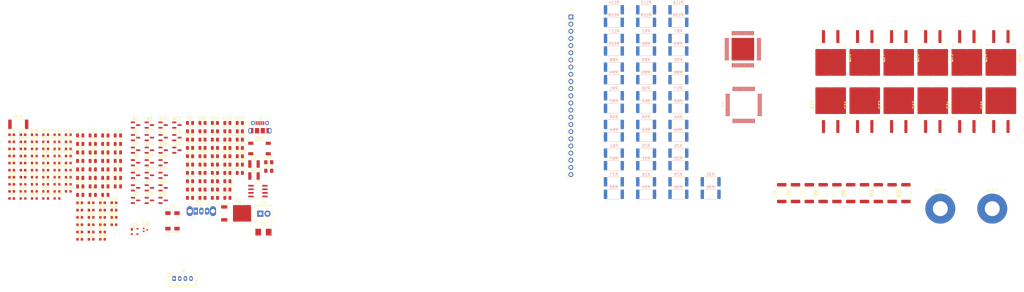
<source format=kicad_pcb>
(kicad_pcb (version 20221018) (generator pcbnew)
  (layers (0 "F.Cu" signal) (31 "B.Cu" signal) (34 "B.Paste" user) (35 "F.Paste" user) (36 "B.SilkS" user "B.Silkscreen") (37 "F.SilkS" user "F.Silkscreen") (38 "B.Mask" user) (39 "F.Mask" user) (44 "Edge.Cuts" user))
  (net 0 "")
  (net 1 "VDD18")
  (net 2 "CN4_C0")
  (net 3 "VPACK+")
  (net 4 "TMON2")
  (net 5 "C0")
  (net 6 "TMON1")
  (net 7 "C6")
  (net 8 "C5")
  (net 9 "C4")
  (net 10 "C3")
  (net 11 "C2")
  (net 12 "C1")
  (net 13 "GNDA")
  (net 14 "Net-(U1-CP2)")
  (net 15 "Net-(U1-CN2)")
  (net 16 "Net-(U1-CN1)")
  (net 17 "Net-(U1-CP1)")
  (net 18 "C12")
  (net 19 "C11")
  (net 20 "C10")
  (net 21 "C9")
  (net 22 "C8")
  (net 23 "C7")
  (net 24 "C18")
  (net 25 "C17")
  (net 26 "C16")
  (net 27 "C15")
  (net 28 "C14")
  (net 29 "C13")
  (net 30 "C22")
  (net 31 "C21")
  (net 32 "C20")
  (net 33 "C19")
  (net 34 "SRN")
  (net 35 "SRP")
  (net 36 "+3V3")
  (net 37 "/OSC_0_IN")
  (net 38 "Net-(C40-Pad1)")
  (net 39 "/RESET")
  (net 40 "/OSC32_IN")
  (net 41 "/OSC32_OUT")
  (net 42 "Net-(D1-K)")
  (net 43 "Net-(D1-A)")
  (net 44 "Net-(D2-K)")
  (net 45 "Net-(D2-A)")
  (net 46 "Net-(D3-K)")
  (net 47 "Net-(D3-A)")
  (net 48 "Net-(D4-K)")
  (net 49 "Net-(D4-A)")
  (net 50 "Net-(D5-K)")
  (net 51 "Net-(D5-A)")
  (net 52 "Net-(D6-K)")
  (net 53 "Net-(D6-A)")
  (net 54 "Net-(D7-K)")
  (net 55 "Net-(D7-A)")
  (net 56 "Net-(D8-K)")
  (net 57 "Net-(D8-A)")
  (net 58 "Net-(D9-K)")
  (net 59 "Net-(D9-A)")
  (net 60 "Net-(D10-K)")
  (net 61 "Net-(D10-A)")
  (net 62 "Net-(D11-K)")
  (net 63 "Net-(D11-A)")
  (net 64 "Net-(D12-K)")
  (net 65 "Net-(D12-A)")
  (net 66 "Net-(D13-K)")
  (net 67 "Net-(D13-A)")
  (net 68 "Net-(D14-K)")
  (net 69 "Net-(D14-A)")
  (net 70 "Net-(D15-K)")
  (net 71 "Net-(D15-A)")
  (net 72 "Net-(D16-K)")
  (net 73 "Net-(D16-A)")
  (net 74 "Net-(D17-K)")
  (net 75 "Net-(D17-A)")
  (net 76 "Net-(D18-K)")
  (net 77 "Net-(D18-A)")
  (net 78 "Net-(D19-K)")
  (net 79 "Net-(D19-A)")
  (net 80 "Net-(D20-K)")
  (net 81 "Net-(D20-A)")
  (net 82 "Net-(D21-K)")
  (net 83 "Net-(D21-A)")
  (net 84 "Net-(D22-K)")
  (net 85 "Net-(D22-A)")
  (net 86 "/CAN_D+")
  (net 87 "/CAN_D-")
  (net 88 "/USB_D+")
  (net 89 "/USB_D-")
  (net 90 "/SWCLK")
  (net 91 "/SWDIO")
  (net 92 "USB_5V")
  (net 95 "CN4_C5")
  (net 96 "Net-(Q2-G)")
  (net 97 "CN4_C4")
  (net 98 "Net-(Q3-G)")
  (net 99 "CN4_C3")
  (net 100 "Net-(Q4-G)")
  (net 101 "CN4_C2")
  (net 102 "Net-(Q5-G)")
  (net 103 "CN4_C1")
  (net 104 "Net-(Q6-G)")
  (net 105 "Net-(Q7-G)")
  (net 106 "CN4_C11")
  (net 107 "Net-(Q8-G)")
  (net 108 "CN4_C10")
  (net 109 "Net-(Q9-G)")
  (net 110 "CN4_C9")
  (net 111 "Net-(Q10-G)")
  (net 112 "CN4_C8")
  (net 113 "Net-(Q11-G)")
  (net 114 "CN4_C7")
  (net 115 "Net-(Q12-G)")
  (net 116 "CN4_C6")
  (net 117 "Net-(Q13-G)")
  (net 118 "CN4_C17")
  (net 119 "Net-(Q14-G)")
  (net 120 "CN4_C16")
  (net 121 "Net-(Q15-G)")
  (net 122 "CN4_C15")
  (net 123 "Net-(Q16-G)")
  (net 124 "CN4_C14")
  (net 125 "Net-(Q17-G)")
  (net 126 "CN4_C13")
  (net 127 "Net-(Q18-G)")
  (net 128 "CN4_C12")
  (net 129 "Net-(Q19-G)")
  (net 130 "CN4_C21")
  (net 131 "Net-(Q20-G)")
  (net 132 "CN4_C20")
  (net 133 "Net-(Q21-G)")
  (net 134 "CN4_C19")
  (net 135 "Net-(Q22-G)")
  (net 136 "CN4_C18")
  (net 137 "REG_SUP")
  (net 138 "CN4_C22")
  (net 139 "CHG")
  (net 140 "VDD55")
  (net 141 "REGB")
  (net 142 "DIS")
  (net 143 "Net-(U1-LDM)")
  (net 144 "VPACK-")
  (net 145 "/OSC_0_OUT")
  (net 146 "Net-(SW3-B)")
  (net 147 "/BOOT0")
  (net 151 "/OSC_IN")
  (net 152 "/OSC_OUT")
  (net 162 "CLK")
  (net 163 "SDO")
  (net 164 "SDI")
  (net 165 "EN")
  (net 171 "NRST")
  (net 172 "SHDN")
  (net 173 "FETOFF")
  (net 174 "ALARM1")
  (net 175 "GPIO3")
  (net 176 "GPIO2")
  (net 177 "GPIO1")
  (net 192 "/CAN_RX")
  (net 193 "/CAN_TX")
  (net 195 "Net-(C9-Pad2)")
  (net 196 "Net-(C10-Pad2)")
  (net 197 "Net-(Q1-C)")
  (net 198 "Net-(Q23-G)")
  (net 199 "BMS_3.3V")
  (net 200 "Net-(Q24-G)")
  (net 201 "Net-(Q25-G)")
  (net 202 "Net-(Q26-G)")
  (net 203 "Net-(Q27-G)")
  (net 204 "Net-(Q28-G)")
  (net 205 "Net-(Q29-G)")
  (net 206 "Net-(Q30-G)")
  (net 207 "Net-(Q31-G)")
  (net 208 "Net-(Q32-G)")
  (net 209 "Net-(Q33-G)")
  (net 210 "Net-(Q34-G)")
  (net 211 "Net-(Q35-G)")
  (net 212 "Net-(R137-Pad1)")
  (net 213 "Net-(U1-VPC)")
  (net 219 "VBAT-P")
  (net 221 "Net-(U2-K)")
  (footprint "Package_TO_SOT_SMD:TO-263-2" (layer "F.Cu") (at 185.42 76.835 -90)
    (fp_text reference "Q27")
    (fp_text value "NMOS")
  )
  (footprint "Capacitor_SMD:C_0603_1608Metric" (layer "F.Cu") (at -112.903 106.481)
    (fp_text reference "C43")
    (fp_text value "100n,0603")
  )
  (footprint "Resistor_SMD:R_0603_1608Metric" (layer "F.Cu") (at -104.883 116.521)
    (fp_text reference "R82")
    (fp_text value "4k7")
  )
  (footprint "Resistor_SMD:R_0603_1608Metric" (layer "F.Cu") (at -108.893 119.031)
    (fp_text reference "R24")
    (fp_text value "4k7")
  )
  (footprint "Capacitor_SMD:C_0603_1608Metric" (layer "F.Cu") (at -116.913 106.481)
    (fp_text reference "C6")
    (fp_text value "0.68u")
  )
  (footprint "Resistor_SMD:R_0805_2012Metric" (layer "F.Cu") (at -44.883 114.551)
    (fp_text reference "R79")
    (fp_text value "1k")
  )
  (footprint "Capacitor_SMD:C_0805_2012Metric" (layer "F.Cu") (at -83.733 125.291)
    (fp_text reference "C32")
    (fp_text value "180n")
  )
  (footprint "LED_SMD:LED_0603_1608Metric" (layer "F.Cu") (at -84.713 135.861)
    (fp_text reference "D16")
    (fp_text value "LED")
  )
  (footprint "Capacitor_SMD:C_0805_2012Metric" (layer "F.Cu") (at -79.283 122.281)
    (fp_text reference "R131")
    (fp_text value "10M")
  )
  (footprint "Resistor_SMD:R_0603_1608Metric" (layer "F.Cu") (at -100.873 103.971)
    (fp_text reference "R111")
    (fp_text value "4k7")
  )
  (footprint "Package_TO_SOT_SMD:SOT-23" (layer "F.Cu") (at -68.133 122.801)
    (fp_text reference "Q14")
    (fp_text value "Q_NMOS_GSD")
  )
  (footprint "Connector_JST:JST_PH_B4B-PH-K_1x04_P2.00mm_Vertical" (layer "F.Cu") (at -59.34 154.94)
    (fp_text reference "J2")
    (fp_text value "Conn_01x04_Pin")
  )
  (footprint "Capacitor_SMD:C_0805_2012Metric" (layer "F.Cu") (at -88.183 110.241)
    (fp_text reference "C19")
    (fp_text value "180n")
  )
  (footprint "Crystal:Crystal_SMD_5032-2Pin_5.0x3.2mm" (layer "F.Cu") (at -27.683 138.501)
    (fp_text reference "Y1")
    (fp_text value "8M,SMD")
  )
  (footprint "Package_TO_SOT_SMD:TO-263-2" (layer "F.Cu") (at 221.615 76.835 -90)
    (fp_text reference "Q24")
    (fp_text value "NMOS")
  )
  (footprint "Package_TO_SOT_SMD:SOT-23" (layer "F.Cu") (at -68.133 127.251)
    (fp_text reference "Q15")
    (fp_text value "Q_NMOS_GSD")
  )
  (footprint "Resistor_SMD:R_0805_2012Metric" (layer "F.Cu") (at -49.293 114.551)
    (fp_text reference "R69")
    (fp_text value "1k")
  )
  (footprint "Resistor_SMD:R_0603_1608Metric" (layer "F.Cu") (at -100.873 114.011)
    (fp_text reference "R133")
    (fp_text value "390,0603")
  )
  (footprint "Package_TO_SOT_SMD:SOT-23" (layer "F.Cu") (at -63.243 122.801)
    (fp_text reference "Q21")
    (fp_text value "Q_NMOS_GSD")
  )
  (footprint "Resistor_SMD:R_0805_2012Metric" (layer "F.Cu") (at -44.883 99.801)
    (fp_text reference "R74")
    (fp_text value "910")
  )
  (footprint "Resistor_SMD:R_0603_1608Metric" (layer "F.Cu") (at -96.863 114.011)
    (fp_text reference "R144")
    (fp_text value "2R2")
  )
  (footprint "Resistor_SMD:R_0603_1608Metric" (layer "F.Cu") (at -104.883 124.051)
    (fp_text reference "R85")
    (fp_text value "4k7")
  )
  (footprint "Resistor_SMD:R_0603_1608Metric" (layer "F.Cu") (at -108.893 126.561)
    (fp_text reference "R52")
    (fp_text value "4k7")
  )
  (footprint "Package_TO_SOT_SMD:SOT-23" (layer "F.Cu") (at -68.133 118.351)
    (fp_text reference "Q13")
    (fp_text value "Q_NMOS_GSD")
  )
  (footprint "Package_TO_SOT_SMD:SOT-23" (layer "F.Cu") (at -58.353 100.551)
    (fp_text reference "Q23")
    (fp_text value "Q_NMOS_GSD")
  )
  (footprint "Package_TO_SOT_SMD:SOT-23" (layer "F.Cu") (at -73.023 100.551)
    (fp_text reference "Q2")
    (fp_text value "Q_NMOS_GSD")
  )
  (footprint "Resistor_SMD:R_0805_2012Metric" (layer "F.Cu") (at -49.293 120.451)
    (fp_text reference "R71")
    (fp_text value "1k")
  )
  (footprint "Package_TO_SOT_SMD:TO-263-2" (layer "F.Cu") (at 173.355 76.835 -90)
    (fp_text reference "Q28")
    (fp_text value "NMOS")
  )
  (footprint "LED_SMD:LED_0603_1608Metric" (layer "F.Cu") (at -80.663 133.271)
    (fp_text reference "D21")
    (fp_text value "LED")
  )
  (footprint "Resistor_SMD:R_0603_1608Metric" (layer "F.Cu") (at -100.873 124.051)
    (fp_text reference "R138")
    (fp_text value "2R2")
  )
  (footprint "Package_TO_SOT_SMD:SOT-143" (layer "F.Cu") (at -73.343 138.251)
    (fp_text reference "D25")
    (fp_text value "PRTR5V0U2X")
  )
  (footprint "Button_Switch_THT:SW_CuK_OS102011MA1QN1_SPDT_Angled" (layer "F.Cu") (at -51.683 131.051)
    (fp_text reference "SW3")
    (fp_text value "SW_SPDT")
  )
  (footprint "Resistor_SMD:R_0603_1608Metric" (layer "F.Cu") (at -104.883 114.011)
    (fp_text reference "R81")
    (fp_text value "4k7")
  )
  (footprint "Resistor_SMD:R_0603_1608Metric" (layer "F.Cu") (at -112.903 121.541)
    (fp_text reference "R1")
    (fp_text value "47k")
  )
  (footprint "Resistor_SMD:R_0603_1608Metric" (layer "F.Cu") (at -96.863 119.031)
    (fp_text reference "R146")
    (fp_text value "2R2")
  )
  (footprint "Package_TO_SOT_SMD:SOT-23" (layer "F.Cu") (at -73.023 109.451)
    (fp_text reference "Q4")
    (fp_text value "Q_NMOS_GSD")
  )
  (footprint "Capacitor_SMD:C_0805_2012Metric" (layer "F.Cu") (at -88.183 113.251)
    (fp_text reference "C20")
    (fp_text value "180n")
  )
  (footprint "Resistor_SMD:R_0805_2012Metric" (layer "F.Cu") (at -53.703 120.451)
    (fp_text reference "R43")
    (fp_text value "910")
  )
  (footprint "Capacitor_SMD:C_0805_2012Metric" (layer "F.Cu") (at -88.183 122.281)
    (fp_text reference "C23")
    (fp_text value "180n")
  )
  (footprint "Resistor_SMD:R_0603_1608Metric" (layer "F.Cu") (at -104.883 121.541)
    (fp_text reference "R84")
    (fp_text value "4k7")
  )
  (footprint "LED_SMD:LED_0603_1608Metric" (layer "F.Cu") (at -80.663 128.091)
    (fp_text reference "D19")
    (fp_text value "LED")
  )
  (footprint "LED_SMD:LED_0603_1608Metric" (layer "F.Cu") (at -88.763 133.271)
    (fp_text reference "D9")
    (fp_text value "LED")
  )
  (footprint "Package_TO_SOT_SMD:SOT-23" (layer "F.Cu") (at -73.023 122.801)
    (fp_text reference "Q7")
    (fp_text value "Q_NMOS_GSD")
  )
  (footprint "Capacitor_SMD:C_0805_2012Metric" (layer "F.Cu") (at -92.633 104.221)
    (fp_text reference "C4")
    (fp_text value "1u")
  )
  (footprint "Capacitor_SMD:C_1210_3225Metric" (layer "F.Cu") (at -31.033 118.601)
    (fp_text reference "C2")
    (fp_text value "1u")
  )
  (footprint "LED_SMD:LED_0603_1608Metric" (layer "F.Cu") (at -92.813 130.681)
    (fp_text reference "D2")
    (fp_text value "LED")
  )
  (footprint "MountingHole:MountingHole_5.3mm_M5_Pad" (layer "F.Cu") (at 230.63 130.175)
    (fp_text reference "REF**")
    (fp_text value "MountingHole_5.3mm_M5_Pad")
  )
  (footprint "Capacitor_SMD:C_0603_1608Metric" (layer "F.Cu") (at -116.913 111.501)
    (fp_text reference "C9")
    (fp_text value "22n")
  )
  (footprint "Capacitor_SMD:C_0805_2012Metric" (layer "F.Cu") (at -79.283 116.261)
    (fp_text reference "C51")
    (fp_text value "0.1u")
  )
  (footprint "Package_TO_SOT_SMD:SOT-23" (layer "F.Cu") (at -73.023 118.351)
    (fp_text reference "Q6")
    (fp_text value "Q_NMOS_GSD")
  )
  (footprint "Package_TO_SOT_SMD:SOT-23" (layer "F.Cu") (at -73.023 113.901)
    (fp_text reference "Q5")
    (fp_text value "Q_NMOS_GSD")
  )
  (footprint "Resistor_SMD:R_0603_1608Metric" (layer "F.Cu") (at -104.883 106.481)
    (fp_text reference "R54")
    (fp_text value "4k7")
  )
  (footprint "Package_TO_SOT_SMD:SOT-23" (layer "F.Cu") (at -68.133 109.451)
    (fp_text reference "Q11")
    (fp_text value "Q_NMOS_GSD")
  )
  (footprint "TerminalBlock_Phoenix:TerminalBlock_Phoenix_MPT-0,5-2-2.54_1x02_P2.54mm_Horizontal" (layer "F.Cu") (at -28.783 131.951)
    (fp_text reference "J4")
    (fp_text value "Screw_Terminal_01x02")
  )
  (footprint "Resistor_SMD:R_0805_2012Metric" (layer "F.Cu") (at -44.883 126.351)
    (fp_text reference "R101")
    (fp_text value "1k")
  )
  (footprint "Resistor_SMD:R_0603_1608Metric" (layer "F.Cu") (at -96.863 108.991)
    (fp_text reference "R142")
    (fp_text value "2R2")
  )
  (footprint "LED_SMD:LED_0603_1608Metric" (layer "F.Cu") (at -80.663 130.681)
    (fp_text reference "D20")
    (fp_text value "LED")
  )
  (footprint "Resistor_SMD:R_0603_1608Metric" (layer "F.Cu") (at -112.903 124.051)
    (fp_text reference "R16")
    (fp_text value "18k")
  )
  (footprint "Resistor_SMD:R_0603_1608Metric" (layer "F.Cu") (at -104.883 111.501)
    (fp_text reference "R80")
    (fp_text value "4k7")
  )
  (footprint "Capacitor_SMD:C_0805_2012Metric" (layer "F.Cu") (at -83.733 107.231)
    (fp_text reference "C26")
    (fp_text value "180n")
  )
  (footprint "Package_SO:SOIC-8_3.9x4.9mm_P1.27mm" (layer "F.Cu") (at -29.633 123.951)
    (fp_text reference "U5")
    (fp_text value "SN65HVD230")
  )
  (footprint "LED_SMD:LED_0603_1608Metric" (layer "F.Cu") (at -84.713 130.681)
    (fp_text reference "D14")
    (fp_text value "LED")
  )
  (footprint "Resistor_SMD:R_0603_1608Metric" (layer "F.Cu") (at -96.863 124.051)
    (fp_text reference "R148")
    (fp_text value "2R2")
  )
  (footprint "Resistor_SMD:R_0805_2012Metric" (layer "F.Cu") (at -40.473 105.701)
    (fp_text reference "R104")
    (fp_text value "910")
  )
  (footprint "Capacitor_SMD:C_0805_2012Metric" (layer "F.Cu") (at -79.283 110.241)
    (fp_text reference "C35")
    (fp_text value "180n")
  )
  (footprint "Resistor_SMD:R_2512_6332Metric" (layer "F.Cu") (at 185.355 124.6725 -90)
    (fp_text reference "R11")
    (fp_text value "10m")
  )
  (footprint "Capacitor_SMD:C_0603_1608Metric" (layer "F.Cu") (at -116.913 126.561)
    (fp_text reference "C41")
    (fp_text value "100n,0603")
  )
  (footprint "Resistor_SMD:R_0603_1608Metric" (layer "F.Cu") (at -100.873 116.521)
    (fp_text reference "R134")
    (fp_text value "10k,0603")
  )
  (footprint "LED_SMD:LED_0603_1608Metric" (layer "F.Cu") (at -92.813 135.861)
    (fp_text reference "D4")
    (fp_text value "LED")
  )
  (footprint "Capacitor_SMD:C_0805_2012Metric" (layer "F.Cu") (at -83.733 122.281)
    (fp_text reference "C31")
    (fp_text value "180n")
  )
  (footprint "LED_SMD:LED_0603_1608Metric" (layer "F.Cu") (at -84.713 138.451)
    (fp_text reference "D17")
    (fp_text value "LED")
  )
  (footprint "LED_SMD:LED_0603_1608Metric" (layer "F.Cu") (at -88.763 138.451)
    (fp_text reference "D11")
    (fp_text value "LED")
  )
  (footprint "Resistor_SMD:R_0805_2012Metric" (layer "F.Cu") (at -40.473 99.801)
    (fp_text reference "R102")
    (fp_text value "910")
  )
  (footprint "LED_SMD:LED_0603_1608Metric" (layer "F.Cu") (at -84.713 141.041)
    (fp_text reference "D18")
    (fp_text value "LED")
  )
  (footprint "Package_TO_SOT_SMD:SOT-23" (layer "F.Cu") (at -68.133 100.551)
    (fp_text reference "Q9")
    (fp_text value "Q_NMOS_GSD")
  )
  (footprint "Resistor_SMD:R_0603_1608Metric" (layer "F.Cu") (at -108.893 106.481)
    (fp_text reference "R19")
    (fp_text value "4k7")
  )
  (footprint "Capacitor_SMD:C_0603_1608Metric" (layer "F.Cu") (at -112.903 111.501)
    (fp_text reference "C45")
    (fp_text value "20p,0603")
  )
  (footprint "Resistor_SMD:R_0603_1608Metric" (layer "F.Cu") (at -100.873 106.481)
    (fp_text reference "R112")
    (fp_text value "4k7")
  )
  (footprint "Connector_USB:USB_Micro-B_Molex-105017-0001" (layer "F.Cu") (at -28.933 101.311)
    (fp_text reference "J3")
    (fp_text value "USB_B_Micro")
  )
  (footprint "LED_SMD:LED_0603_1608Metric" (layer "F.Cu") (at -92.813 138.451)
    (fp_text reference "D5")
    (fp_text value "LED")
  )
  (footprint "Capacitor_SMD:C_0603_1608Metric" (layer "F.Cu") (at -112.903 103.971)
    (fp_text reference "C42")
    (fp_text value "100n,0603")
  )
  (footprint "Capacitor_SMD:C_0805_2012Metric" (layer "F.Cu") (at -79.283 119.271)
    (fp_text reference "R130")
    (fp_text value "10M")
  )
  (footprint "Capacitor_SMD:C_0805_2012Metric" (layer "F.Cu") (at -92.633 122.281)
    (fp_text reference "C15")
    (fp_text value "180n")
  )
  (footprint "Resistor_SMD:R_0603_1608Metric" (layer "F.Cu") (at -100.873 119.031)
    (fp_text reference "R135")
    (fp_text value "NTC10k")
  )
  (footprint "Resistor_SMD:R_0805_2012Metric" (layer "F.Cu") (at -44.883 123.401)
    (fp_text reference "R100")
    (fp_text value "910")
  )
  (footprint "Resistor_SMD:R_0603_1608Metric" (layer "F.Cu") (at -108.893 108.991)
    (fp_text reference "R20")
    (fp_text value "4k7")
  )
  (footprint "Resistor_SMD:R_0805_2012Metric" (layer "F.Cu") (at -36.063 105.701)
    (fp_text reference "R126")
    (fp_text value "910")
  )
  (footprint "Package_TO_SOT_SMD:SOT-23" (layer "F.Cu") (at -73.023 127.251)
    (fp_text reference "Q8")
    (fp_text value "Q_NMOS_GSD")
  )
  (footprint "Capacitor_SMD:C_0805_2012Metric" (layer "F.Cu") (at -83.733 119.271)
    (fp_text reference "C30")
    (fp_text value "180n")
  )
  (footprint "Resistor_SMD:R_2512_6332Metric" (layer "F.Cu") (at 156.015 124.6725 90)
    (fp_text reference "R5")
    (fp_text value "10m")
  )
  (footprint "Capacitor_SMD:C_0805_2012Metric" (layer "F.Cu") (at -79.283 104.221)
    (fp_text reference "C33")
    (fp_text value "180n")
  )
  (footprint "Capacitor_SMD:C_0603_1608Metric" (layer "F.Cu") (at -112.903 119.031)
    (fp_text reference "C48")
    (fp_text value "4.7u,0603")
  )
  (footprint "Package_TO_SOT_SMD:SOT-23" (layer "F.Cu") (at -63.243 127.251)
    (fp_text reference "Q22")
    (fp_text value "Q_NMOS_GSD")
  )
  (footprint "Resistor_SMD:R_0805_2012Metric" (layer "F.Cu") (at -36.063 99.801)
    (fp_text reference "R124")
    (fp_text value "910")
  )
  (footprint "Capacitor_SMD:C_0805_2012Metric" (layer "F.Cu") (at -92.633 119.271)
    (fp_text reference "C14")
    (fp_text value "180n")
  )
  (footprint "Package_TO_SOT_SMD:SOT-23" (layer "F.Cu") (at -63.243 100.551)
    (fp_text reference "Q16")
    (fp_text value "Q_NMOS_GSD")
  )
  (footprint "Package_TO_SOT_SMD:SOT-23" (layer "F.Cu") (at -63.243 105.001)
    (fp_text reference "Q17")
    (fp_text value "Q_NMOS_GSD")
  )
  (footprint "Resistor_SMD:R_0603_1608Metric" (layer "F.Cu") (at -96.863 116.521)
    (fp_text reference "R145")
    (fp_text value "2R2")
  )
  (footprint "Resistor_SMD:R_0805_2012Metric" (layer "F.Cu") (at -44.883 111.601)
    (fp_text reference "R78")
    (fp_text value "910")
  )
  (footprint "Capacitor_SMD:C_0603_1608Metric" (layer "F.Cu") (at -116.913 108.991)
    (fp_text reference "C7")
    (fp_text value "0.68u")
  )
  (footprint "LED_SMD:LED_0603_1608Metric" (layer "F.Cu") (at -88.763 128.091)
    (fp_text reference "D7")
    (fp_text value "LED")
  )
  (footprint "Resistor_SMD:R_0805_2012Metric" (layer "F.Cu") (at -53.703 123.401)
    (fp_text reference "R44")
    (fp_text value "1k")
  )
  (footprint "Capacitor_SMD:C_0805_2012Metric" (layer "F.Cu") (at -92.633 116.261)
    (fp_text reference "C13")
    (fp_text value "180n")
  )
  (footprint "Capacitor_SMD:C_0603_1608Metric" (layer "F.Cu") (at -116.913 119.031)
    (fp_text reference "C38")
    (fp_text value "100n,0603")
  )
  (footprint "Resistor_SMD:R_0805_2012Metric" (layer "F.Cu") (at -40.473 111.601)
    (fp_text reference "R106")
    (fp_text value "910")
  )
  (footprint "LED_SMD:LED_0603_1608Metric" (layer "F.Cu") (at -80.663 135.861)
    (fp_text reference "D22")
    (fp_text value "LED")
  )
  (footprint "Package_TO_SOT_SMD:TO-263-2" (layer "F.Cu") (at 197.485 76.835 -90)
    (fp_text reference "Q26")
    (fp_text value "NMOS")
  )
  (footprint "Resistor_SMD:R_0603_1608Metric" (layer "F.Cu") (at -108.893 111.501)
    (fp_text reference "R21")
    (fp_text value "4k7")
  )
  (footprint "Capacitor_SMD:C_0805_2012Metric" (layer "F.Cu") (at -88.183 116.261)
    (fp_text reference "C21")
    (fp_text value "180n")
  )
  (footprint "Resistor_SMD:R_0805_2012Metric" (layer "F.Cu") (at -40.473 123.401)
    (fp_text reference "R122")
    (fp_text value "910")
  )
  (footprint "Resistor_SMD:R_0805_2012Metric" (layer "F.Cu") (at -49.293 126.351)
    (fp_text reference "R73")
    (fp_text value "1k")
  )
  (footprint "Resistor_SMD:R_0603_1608Metric" (layer "F.Cu") (at -96.863 111.501)
    (fp_text reference "R143")
    (fp_text value "2R2")
  )
  (footprint "Resistor_SMD:R_0603_1608Metric" (layer "F.Cu") (at -112.903 126.561)
    (fp_text reference "R17")
    (fp_text value "0.1")
  )
  (footprint "Package_TO_SOT_SMD:SOT-23" (layer "F.Cu") (at -63.243 109.451)
    (fp_text reference "Q18")
    (fp_text value "Q_NMOS_GSD")
  )
  (footprint "Resistor_SMD:R_0805_2012Metric" (layer "F.Cu") (at -53.703 108.651)
    (fp_text reference "R39")
    (fp_text value "910")
  )
  (footprint "Resistor_SMD:R_0805_2012Metric" (layer "F.Cu") (at -49.293 102.751)
    (fp_text reference "R47")
    (fp_text value "910")
  )
  (footprint "Package_TO_SOT_SMD:SOT-23" (layer "F.Cu") (at -58.353 109.451)
    (fp_text reference "U3")
    (fp_text value "TL431DBZ")
  )
  (footprint "LED_SMD:LED_0603_1608Metric" (layer "F.Cu") (at -88.763 135.861)
    (fp_text reference "D10")
    (fp_text value "LED")
  )
  (footprint "Resistor_SMD:R_0603_1608Metric" (layer "F.Cu") (at -104.883 119.031)
    (fp_text reference "R83")
    (fp_text value "4k7")
  )
  (footprint "Capacitor_SMD:C_0603_1608Metric" (layer "F.Cu") (at -116.913 121.541)
    (fp_text reference "C39")
    (fp_text value "20p,0603")
  )
  (footprint "Resistor_SMD:R_0603_1608Metric" (layer "F.Cu") (at -100.873 126.561)
    (fp_text reference "R139")
    (fp_text value "2R2")
  )
  (footprint "LED_SMD:LED_0603_1608Metric" (layer "F.Cu") (at -92.813 141.041)
    (fp_text reference "D6")
    (fp_text value "LED")
  )
  (footprint "Capacitor_SMD:C_0805_2012Metric_Pad1.18x1.45mm_HandSolder" (layer "F.Cu") (at -25.803 113.731)
    (fp_text reference "R3")
    (fp_text value "100")
  )
  (footprint "Resistor_SMD:R_2512_6332Metric" (layer "F.Cu") (at 200.025 124.6725 90)
    (fp_text reference "R14")
    (fp_text value "10m")
  )
  (footprint "Resistor_SMD:R_0805_2012Metric" (layer "F.Cu") (at -36.063 114.551)
    (fp_text reference "R129")
    (fp_text value "1k")
  )
  (footprint "Package_TO_SOT_SMD:TO-263-2" (layer "F.Cu") (at 173.355 93.405 90)
    (fp_text reference "Q30")
    (fp_text value "NMOS")
  )
  (footprint "Resistor_SMD:R_0805_2012Metric" (layer "F.Cu") (at -49.293 99.801)
    (fp_text reference "R46")
    (fp_text value "1k")
  )
  (footprint "Resistor_SMD:R_0603_1608Metric" (layer "F.Cu") (at -100.873 121.541)
    (fp_text reference "R136")
    (fp_text value "NTC10k")
  )
  (footprint "Capacitor_SMD:C_0805_2012Metric" (layer "F.Cu") (at -92.633 125.291)
    (fp_text reference "C16")
    (fp_text value "180n")
  )
  (footprint "LED_SMD:LED_0603_1608Metric" (layer "F.Cu") (at -88.763 141.041)
    (fp_text reference "D12")
    (fp_text value "LED")
  )
  (footprint "Capacitor_SMD:C_0603_1608Metric" (layer "F.Cu") (at -116.913 114.011)
    (fp_text reference "C11")
    (fp_text value "100n")
  )
  (footprint "Resistor_SMD:R_0805_2012Metric" (layer "F.Cu") (at -53.703 114.551)
    (fp_text reference "R41")
    (fp_text value "910")
  )
  (footprint "Connector_PinSocket_2.54mm:PinSocket_1x23_P2.54mm_Vertical" (layer "F.Cu") (at 81.28 62.23)
    (fp_text reference "J1")
    (fp_text value "Conn_01x23_Pin")
  )
  (footprint "Resistor_SMD:R_0805_2012Metric" (layer "F.Cu") (at -36.063 117.501)
    (fp_text reference "R137")
    (fp_text value "75M")
  )
  (footprint "Resistor_SMD:R_0805_2012Metric" (layer "F.Cu") (at -53.703 102.751)
    (fp_text reference "R37")
    (fp_text value "910")
  )
  (footprint "Capacitor_SMD:C_0805_2012Metric" (layer "F.Cu") (at -79.283 113.251)
    (fp_text reference "C50")
    (fp_text value "0.1u")
  )
  (footprint "Package_TO_SOT_SMD:TO-263-2" (layer "F.Cu") (at 221.615 93.405 90)
    (fp_text reference "Q34")
    (fp_text value "NMOS")
  )
  (footprint "Resistor_SMD:R_2512_6332Metric" (layer "F.Cu") (at 175.575 124.6725 -90)
    (fp_text reference "R9")
    (fp_text value "10m")
  )
  (footprint "Resistor_SMD:R_0805_2012Metric" (layer "F.Cu") (at -49.293 117.501)
    (fp_text reference "R70")
    (fp_text value "910")
  )
  (footprint "Resistor_SMD:R_0603_1608Metric" (layer "F.Cu") (at -108.893 116.521)
    (fp_text reference "R23")
    (fp_text value "4k7")
  )
  (footprint "Resistor_SMD:R_0805_2012Metric" (layer "F.Cu") (at -49.293 108.651)
    (fp_text reference "R49")
    (fp_text value "910")
  )
  (footprint "Package_TO_SOT_SMD:SOT-23" (layer "F.Cu") (at -63.243 118.351)
    (fp_text reference "Q20")
    (fp_text value "Q_NMOS_GSD")
  )
  (footprint "Capacitor_SMD:C_0603_1608Metric" (layer "F.Cu") (at -116.913 124.051)
    (fp_text reference "C40")
    (fp_text value "20p,0603")
  )
  (footprint "Package_TO_SOT_SMD:TO-252-2" (layer "F.Cu") (at -36.543 131.851)
    (fp_text reference "Q1")
    (fp_text value "NPN")
  )
  (footprint "Package_TO_SOT_SMD:SOT-23" (layer "F.Cu") (at -73.023 105.001)
    (fp_text reference "Q3")
    (fp_text value "Q_NMOS_GSD")
  )
  (footprint "Resistor_SMD:R_0805_2012Metric" (layer "F.Cu") (at -44.883 105.701)
    (fp_text reference "R76")
    (fp_text value "910")
  )
  (footprint "Resistor_SMD:R_0805_2012Metric" (layer "F.Cu") (at -44.883 120.451)
    (fp_text reference "R99")
    (fp_text value "1k")
  )
  (footprint "Capacitor_SMD:C_0805_2012Metric" (layer "F.Cu") (at -79.283 107.231)
    (fp_text reference "C34")
    (fp_text value "180n")
  )
  (footprint "LED_SMD:LED_0603_1608Metric" (layer "F.Cu") (at -92.813 133.271)
    (fp_text reference "D3")
    (fp_text value "LED")
  )
  (footprint "Resistor_SMD:R_0603_1608Metric" (layer "F.Cu") (at -108.893 124.051)
    (fp_text reference "R51")
    (fp_text value "4k7")
  )
  (footprint "Resistor_SMD:R_0805_2012Metric" (layer "F.Cu") (at -44.883 108.651)
    (fp_text reference "R77")
    (fp_text value "1k")
  )
  (footprint "Package_QFP:HTQFP-64-1EP_10x10mm_P0.5mm_EP8x8mm" (layer "F.Cu") (at 142.24 73.66 180)
    (fp_text reference "U1")
    (fp_text value "KA49522")
  )
  (footprint "Capacitor_SMD:C_0805_2012Metric" (layer "F.Cu") (at -88.183 104.221)
    (fp_text reference "C17")
    (fp_text value "180n")
  )
  (footprint "Resistor_SMD:R_0805_2012Metric" (layer "F.Cu") (at -49.293 123.401)
    (fp_text reference "R72")
    (fp_text value "910")
  )
  (footprint "Resistor_SMD:R_2512_6332Metric" (layer "F.Cu") (at 180.465 124.6725 90)
    (fp_text reference "R10")
    (fp_text value "10m")
  )
  (footprint "Resistor_SMD:R_0603_1608Metric" (layer "F.Cu") (at -100.873 111.501)
    (fp_text reference "R132")
    (fp_text value "2R2")
  )
  (footprint "Capacitor_SMD:C_0603_1608Metric" (layer "F.Cu") (at -116.913 116.521)
    (fp_text reference "C12")
    (fp_text value "1n")
  )
  (footprint "MountingHole:MountingHole_5.3mm_M5_Pad" (layer "F.Cu") (at 212.215 130.175)
    (fp_text reference "REF**")
    (fp_text value "MountingHole_5.3mm_M5_Pad")
  )
  (footprint "Package_TO_SOT_SMD:SOT-416" (layer "F.Cu") (at -69.493 137.701)
    (fp_text reference "D23")
    (fp_text value "RCLAMP0502B")
  )
  (footprint "Resistor_SMD:R_0603_1608Metric" (layer "F.Cu") (at -108.893 121.541)
    (fp_text reference "R50")
    (fp_text value "4k7")
  )
  (footprint "Resistor_SMD:R_0603_1608Metric" (layer "F.Cu") (at -96.863 121.541)
    (fp_text reference "R147")
    (fp_text value "2R2")
  )
  (footprint "Resistor_SMD:R_0805_2012Metric" (layer "F.Cu") (at -40.473 126.351)
    (fp_text reference "R123")
    (fp_text value "1k")
  )
  (footprint "Capacitor_SMD:C_0805_2012Metric" (layer "F.Cu") (at -88.183 119.271)
    (fp_text reference "C22")
    (fp_text value "180n")
  )
  (footprint "LED_SMD:LED_0603_1608Metric" (layer "F.Cu") (at -88.763 130.681)
    (fp_text reference "D8")
    (fp_text value "LED")
  )
  (footprint "Resistor_SMD:R_0805_2012Metric" (layer "F.Cu") (at -40.473 120.451)
    (fp_text reference "R109")
    (fp_text value "1k")
  )
  (footprint "Resistor_SMD:R_2512_6332Metric" (layer "F.Cu") (at 160.905 124.6725 90)
    (fp_text reference "R6")
    (fp_text value "10m")
  )
  (footprint "Resistor_SMD:R_2512_6332Metric" (layer "F.Cu") (at 165.795 124.6725 -90)
    (fp_text reference "R7")
    (fp_text value "10m")
  )
  (footprint "Package_TO_SOT_SMD:TO-263-2" (layer "F.Cu") (at 197.485 93.405 90)
    (fp_text reference "Q32")
    (fp_text value "NMOS")
  )
  (footprint "Resistor_SMD:R_0805_2012Metric" (layer "F.Cu") (at -40.473 102.751)
    (fp_text reference "R103")
    (fp_text value "1k")
  )
  (footprint "Resistor_SMD:R_2512_6332Metric" (layer "F.Cu") (at 195.135 124.6725 -90)
    (fp_text reference "R13")
    (fp_text value "10m")
  )
  (footprint "Resistor_SMD:R_0603_1608Metric" (layer "F.Cu") (at -108.893 114.011)
    (fp_text reference "R22")
    (fp_text value "4k7")
  )
  (footprint "Capacitor_SMD:C_0805_2012Metric" (layer "F.Cu") (at -92.633 110.241)
    (fp_text reference "C8")
    (fp_text value "0.1u")
  )
  (footprint "Resistor_SMD:R_0603_1608Metric" (layer "F.Cu") (at -96.863 106.481)
    (fp_text reference "R141")
    (fp_text value "2R2")
  )
  (footprint "Capacitor_SMD:C_0805_2012Metric" (layer "F.Cu") (at -88.183 125.291)
    (fp_text reference "C24")
    (fp_text value "180n")
  )
  (footprint "Capacitor_SMD:C_0603_1608Metric" (layer "F.Cu") (at -112.903 116.521)
    (fp_text reference "C47")
    (fp_text value "100n,0603")
  )
  (footprint "Resistor_SMD:R_0805_2012Metric" (layer "F.Cu") (at -49.293 111.601)
    (fp_text reference "R68")
    (fp_text value "910")
  )
  (footprint "Package_TO_SOT_SMD:TO-263-2" (layer "F.Cu") (at 209.55 93.405 90)
    (fp_text reference "Q33")
    (fp_text value "NMOS")
  )
  (footprint "Resistor_SMD:R_0805_2012Metric" (layer "F.Cu") (at -36.063 108.651)
    (fp_text reference "R127")
    (fp_text value "1k")
  )
  (footprint "Capacitor_SMD:C_0805_2012Metric" (layer "F.Cu") (at -83.733 113.251)
    (fp_text reference "C28")
    (fp_text value "180n")
  )
  (footprint "Resistor_SMD:R_0805_2012Metric" (layer "F.Cu") (at -44.883 117.501)
    (fp_text reference "R98")
    (fp_text value "910")
  )
  (footprint "Package_TO_SOT_SMD:TO-263-2" (layer "F.Cu") (at 185.42 93.405 90)
    (fp_text reference "Q31")
    (fp_text value "NMOS")
  )
  (footprint "Package_TO_SOT_SMD:SOT-23" (layer "F.Cu") (at -63.243 113.901)
    (fp_text reference "Q19")
    (fp_text value "Q_NMOS_GSD")
  )
  (footprint "Resistor_SMD:R_0603_1608Metric" (layer "F.Cu") (at -108.893 103.971)
    (fp_text reference "R18")
    (fp_text value "47k")
  )
  (footprint "Resistor_SMD:R_0805_2012Metric" (layer "F.Cu") (at -40.473 108.651)
    (fp_text reference "R105")
    (fp_text value "1k")
  )
  (footprint "LED_SMD:LED_0603_1608Metric" (layer "F.Cu") (at -84.713 133.271)
    (fp_text reference "D15")
    (fp_text value "LED")
  )
  (footprint "Resistor_SMD:R_0805_2012Metric" (layer "F.Cu") (at -36.063 111.601)
    (fp_text reference "R128")
    (fp_text value "910")
  )
  (footprint "Package_TO_SOT_SMD:TO-263-2" (layer "F.Cu") (at 233.68 76.835 -90)
    (fp_text reference "Q29")
    (fp_text value "NMOS")
  )
  (footprint "Resistor_SMD:R_0805_2012Metric" (layer "F.Cu") (at -53.703 105.701)
    (fp_text reference "R38")
    (fp_text value "1k")
  )
  (footprint "Package_TO_SOT_SMD:TO-263-2" (layer "F.Cu") (at 209.55 76.835 -90)
    (fp_text reference "Q25")
    (fp_text value "NMOS")
  )
  (footprint "Capacitor_SMD:C_0603_1608Metric" (layer "F.Cu") (at -112.903 114.011)
    (fp_text reference "C46")
    (fp_text value "20p,0603")
  )
  (footprint "Resistor_SMD:R_0603_1608Metric" (layer "F.Cu") (at -104.883 108.991)
    (fp_text reference "R55")
    (fp_text value "4k7")
  )
  (footprint "Resistor_SMD:R_0603_1608Metric" (layer "F.Cu") (at -104.883 126.561)
    (fp_text reference "R110")
    (fp_text value "4k7")
  )
  (footprint "Resistor_SMD:R_0805_2012Metric" (layer "F.Cu") (at -53.703 126.351)
    (fp_text reference "R45")
    (fp_text value "910")
  )
  (footprint "Resistor_SMD:R_2512_6332Metric" (layer "F.Cu") (at 170.685 124.6725 90)
    (fp_text reference "R8")
    (fp_text value "10m")
  )
  (footprint "Resistor_SMD:R_0805_2012Metric" (layer "F.Cu") (at -36.063 102.751)
    (fp_text reference "R125")
    (fp_text value "1k")
  )
  (footprint "Resistor_SMD:R_0805_2012Metric" (layer "F.Cu") (at -53.703 111.601)
    (fp_text reference "R40")
    (fp_text value "1k")
  )
  (footprint "Capacitor_SMD:C_0805_2012Metric" (layer "F.Cu") (at -83.733 116.261)
    (fp_text reference "C29")
    (fp_text value "180n")
  )
  (footprint "Package_TO_SOT_SMD:TO-263-2" (layer "F.Cu") (at 233.68 93.405 90)
    (fp_text reference "Q35")
    (fp_text value "NMOS")
  )
  (footprint "Resistor_SMD:R_2512_6332Metric" (layer "F.Cu") (at -114.573 100.271)
    (fp_text reference "R15")
    (fp_text value "100")
  )
  (footprint "LED_SMD:LED_0603_1608Metric" (layer "F.Cu") (at -84.713 128.091)
    (fp_text reference "D13")
    (fp_text value "LED")
  )
  (footprint "Resistor_SMD:R_0603_1608Metric" (layer "F.Cu") (at -104.883 103.971)
    (fp_text reference "R53")
    (fp_text value "4k7")
  )
  (footprint "Capacitor_SMD:C_0805_2012Metric" (layer "F.Cu") (at -92.633 113.251)
    (fp_text reference "C10")
    (fp_text value "10u")
  )
  (footprint "Package_QFP:LQFP-64_10x10mm_P0.5mm" (layer "F.Cu") (at 142.545 93.4 90)
    (fp_text reference "U4")
    (fp_text value "STM32F072RBTx")
  )
  (footprint "Crystal:Crystal_SMD_Abracon_ABS25-4Pin_8.0x3.8mm" (layer "F.Cu") (at -59.943 134.501)
    (fp_text reference "Y2")
    (fp_text value "32.768k,SMD")
  )
  (footprint "Resistor_SMD:R_0805_2012Metric" (layer "F.Cu") (at -53.703 99.801)
    (fp_text reference "R2")
    (fp_text value "30k")
  )
  (footprint "Capacitor_SMD:C_0805_2012Metric" (layer "F.Cu") (at -83.733 104.221)
    (fp_text reference "C25")
    (fp_text value "180n")
  )
  (footprint "Package_TO_SOT_SMD:SOT-23" (layer "F.Cu") (at -58.353 105.001)
    (fp_text reference "U2")
    (fp_text value "TL431DBZ")
  )
  (footprint "Resistor_SMD:R_0805_2012Metric" (layer "F.Cu") (at -49.293 105.701)
    (fp_text reference "R48")
    (fp_text value "1k")
  )
  (footprint "Button_Switch_SMD:SW_SPST_SKQG_WithStem" (layer "F.Cu") (at -29.083 108.851)
    (fp_text reference "SW2")
    (fp_text value "SW_Push")
  )
  (footprint "Package_TO_SOT_SMD:SOT-23" (layer "F.Cu") (at -68.133 105.001)
    (fp_text reference "Q10")
    (fp_text value "Q_NMOS_GSD")
  )
  (footprint "Resistor_SMD:R_0603_1608Metric" (layer "F.Cu") (at -96.863 103.971)
    (fp_text reference "R140")
    (fp_text value "2R2")
  )
  (footprint "Resistor_SMD:R_2512_6332Metric" (layer "F.Cu") (at 190.245 124.6725 90)
    (fp_text reference "R12")
    (fp_text value "10m")
  )
  (footprint "Capacitor_SMD:C_1210_3225Metric" (layer "F.Cu") (at -31.033 114.351)
    (fp_text reference "C1")
    (fp_text value "4.7u")
  )
  (footprint "Resistor_SMD:R_0805_2012Metric" (layer "F.Cu") (at -53.703 117.501)
    (fp_text reference "R42")
    (fp_text value "1k")
  )
  (footprint "LED_SMD:LED_0603_1608Metric" (layer "F.Cu") (at -92.813 128.091)
    (fp_text reference "D1")
    (fp_text value "LED")
  )
  (footprint "Capacitor_SMD:C_0603_1608Metric" (layer "F.Cu") (at -116.913 103.971)
    (fp_text reference "C3")
    (fp_text value "1n")
  )
  (footprint "Resistor_SMD:R_0805_2012Metric" (layer "F.Cu") (at -40.473 117.501)
    (fp_text reference "R108")
    (fp_text value "910")
  )
  (footprint "Resistor_SMD:R_0603_1608Metric" (layer "F.Cu") (at -100.873 108.991)
    (fp_text reference "R113")
    (fp_text value "4k7")
  )
  (footprint "Capacitor_SMD:C_0805_2012Metric" (layer "F.Cu") (at -92.633 107.231)
    (fp_text reference "C5")
    (fp_text value "0.1u")
  )
  (footprint "Package_TO_SOT_SMD:SOT-23" (layer "F.Cu") (at -68.133 113.901)
    (fp_text reference "Q12")
    (fp_text value "Q_NMOS_GSD")
  )
  (footprint "Capacitor_SMD:C_0805_2012Metric" (layer "F.Cu") (at -88.183 107.231)
    (fp_text reference "C18")
    (fp_text value "180n")
  )
  (footprint "Capacitor_SMD:C_0805_2012Metric_Pad1.18x1.45mm_HandSolder" (layer "F.Cu") (at -25.803 116.741)
    (fp_text reference "R4")
    (fp_text value "100")
  )
  (footprint "Capacitor_SMD:C_0805_2012Metric" (layer "F.Cu") (at -83.733 110.241)
    (fp_text reference "C27")
    (fp_text value "180n")
  )
  (footprint "Resistor_SMD:R_0805_2012Metric" (layer "F.Cu") (at -44.883 102.751)
    (fp_text reference "R75")
    (fp_text value "1k")
  )
  (footprint "Capacitor_SMD:C_0603_1608Metric" (layer "F.Cu") (at -112.903 108.991)
    (fp_text reference "C44")
    (fp_text value "100n,0603")
  )
  (footprint "Resistor_SMD:R_0805_2012Metric" (layer "F.Cu") (at -40.473 114.551)
    (fp_text reference "R107")
    (fp_text value "1k")
  )
  (footprint "Resistor_SMD:R_2512_6332Metric" (layer "B.Cu") (at 107.95 84.455 180)
    (fp_text reference "R95")
    (fp_text value "36")
  )
  (footprint "Resistor_SMD:R_2512_6332Metric" (layer "B.Cu") (at 107.95 80.01 180)
    (fp_text reference "R89")
    (fp_text value "36")
  )
  (footprint "Resistor_SMD:R_2512_6332Metric" (layer "B.Cu") (at 96.52 59.69 180)
    (fp_text reference "R114")
    (fp_text value "36")
  )
  (footprint "Resistor_SMD:R_2512_6332Metric" (layer "B.Cu") (at 119.38 59.69 180)
    (fp_text reference "R116")
    (fp_text value "36")
  )
  (footprint "Resistor_SMD:R_2512_6332Metric" (layer "B.Cu") (at 96.52 100.33 180)
    (fp_text reference "R58")
    (fp_text value "36")
  )
  (footprint "Resistor_SMD:R_2512_6332Metric" (layer "B.Cu") (at 96.52 125.095 180)
    (fp_text reference "R33")
    (fp_text value "36")
  )
  (footprint "Resistor_SMD:R_2512_6332Metric" (layer "B.Cu") (at 119.38 125.095 180)
    (fp_text reference "R35")
    (fp_text value "36")
  )
  (footprint "Resistor_SMD:R_2512_6332Metric" (layer "B.Cu") (at 119.38 120.65 180)
    (fp_text reference "R29")
    (fp_text value "36")
  )
  (footprint "Resistor_SMD:R_2512_6332Metric" (layer "B.Cu") (at 119.38 114.935 180)
    (fp_text reference "R32")
    (fp_text value "36")
  )
  (footprint "Resistor_SMD:R_2512_6332Metric" (layer "B.Cu") (at 96.52 114.935 180)
    (fp_text reference "R67")
    (fp_text value "36")
  )
  (footprint "Resistor_SMD:R_2512_6332Metric" (layer "B.Cu") (at 96.52 120.65 180)
    (fp_text reference "R27")
    (fp_text value "36")
  )
  (footprint "Resistor_SMD:R_2512_6332Metric" (layer "B.Cu") (at 119.38 104.775 180)
    (fp_text reference "R66")
    (fp_text value "36")
  )
  (footprint "Resistor_SMD:R_2512_6332Metric" (layer "B.Cu") (at 96.52 80.01 180)
    (fp_text reference "R88")
    (fp_text value "36")
  )
  (footprint "Resistor_SMD:R_2512_6332Metric" (layer "B.Cu") (at 130.81 120.65 180)
    (fp_text reference "R30")
    (fp_text value "36")
  )
  (footprint "Resistor_SMD:R_2512_6332Metric" (layer "B.Cu") (at 119.38 69.85 180)
    (fp_text reference "R87")
    (fp_text value "36")
  )
  (footprint "Resistor_SMD:R_2512_6332Metric" (layer "B.Cu") (at 107.95 69.85 180)
    (fp_text reference "R92")
    (fp_text value "36")
  )
  (footprint "Resistor_SMD:R_2512_6332Metric" (layer "B.Cu") (at 130.81 125.095 180)
    (fp_text reference "R36")
    (fp_text value "36")
  )
  (footprint "Resistor_SMD:R_2512_6332Metric" (layer "B.Cu") (at 96.52 64.135 180)
    (fp_text reference "R118")
    (fp_text value "36")
  )
  (footprint "Resistor_SMD:R_2512_6332Metric" (layer "B.Cu") (at 96.52 69.85 180)
    (fp_text reference "R117")
    (fp_text value "36")
  )
  (footprint "Resistor_SMD:R_2512_6332Metric" (layer "B.Cu") (at 107.95 90.17 180)
    (fp_text reference "R56")
    (fp_text value "36")
  )
  (footprint "Resistor_SMD:R_2512_6332Metric" (layer "B.Cu") (at 96.52 94.615 180)
    (fp_text reference "R97")
    (fp_text value "36")
  )
  (footprint "Resistor_SMD:R_2512_6332Metric" (layer "B.Cu") (at 107.95 64.135 180)
    (fp_text reference "R119")
    (fp_text value "36")
  )
  (footprint "Resistor_SMD:R_2512_6332Metric" (layer "B.Cu") (at 107.95 125.095 180)
    (fp_text reference "R34")
    (fp_text value "36")
  )
  (footprint "Resistor_SMD:R_2512_6332Metric" (layer "B.Cu") (at 107.95 120.65 180)
    (fp_text reference "R28")
    (fp_text value "36")
  )
  (footprint "Resistor_SMD:R_2512_6332Metric" (layer "B.Cu") (at 96.52 90.17 180)
    (fp_text reference "R91")
    (fp_text value "36")
  )
  (footprint "Resistor_SMD:R_2512_6332Metric" (layer "B.Cu") (at 119.38 80.01 180)
    (fp_text reference "R90")
    (fp_text value "36")
  )
  (footprint "Resistor_SMD:R_2512_6332Metric" (layer "B.Cu") (at 96.52 84.455 180)
    (fp_text reference "R94")
    (fp_text value "36")
  )
  (footprint "Resistor_SMD:R_2512_6332Metric" (layer "B.Cu") (at 96.52 104.775 180)
    (fp_text reference "R64")
    (fp_text value "36")
  )
  (footprint "Resistor_SMD:R_2512_6332Metric" (layer "B.Cu") (at 107.95 100.33 180)
    (fp_text reference "R59")
    (fp_text value "36")
  )
  (footprint "Resistor_SMD:R_2512_6332Metric" (layer "B.Cu") (at 107.95 74.295 180)
    (fp_text reference "R86")
    (fp_text value "36")
  )
  (footprint "Resistor_SMD:R_2512_6332Metric" (layer "B.Cu") (at 119.38 64.135 180)
    (fp_text reference "R120")
    (fp_text value "36")
  )
  (footprint "Resistor_SMD:R_2512_6332Metric" (layer "B.Cu") (at 119.38 100.33 180)
    (fp_text reference "R60")
    (fp_text value "36")
  )
  (footprint "Resistor_SMD:R_2512_6332Metric" (layer "B.Cu") (at 107.95 94.615 180)
    (fp_text reference "R62")
    (fp_text value "36")
  )
  (footprint "Resistor_SMD:R_2512_6332Metric" (layer "B.Cu") (at 96.52 74.295 180)
    (fp_text reference "R121")
    (fp_text value "36")
  )
  (footprint "Resistor_SMD:R_2512_6332Metric" (layer "B.Cu") (at 107.95 114.935 180)
    (fp_text reference "R31")
    (fp_text value "36")
  )
  (footprint "Resistor_SMD:R_2512_6332Metric" (layer "B.Cu") (at 96.52 110.49 180)
    (fp_text reference "R61")
    (fp_text value "36")
  )
  (footprint "Resistor_SMD:R_2512_6332Metric" (layer "B.Cu") (at 119.38 74.295 180)
    (fp_text reference "R93")
    (fp_text value "36")
  )
  (footprint "Resistor_SMD:R_2512_6332Metric" (layer "B.Cu") (at 107.95 104.775 180)
    (fp_text reference "R65")
    (fp_text value "36")
  )
  (footprint "Resistor_SMD:R_2512_6332Metric" (layer "B.Cu") (at 119.38 110.49 180)
    (fp_text reference "R26")
    (fp_text value "36")
  )
  (footprint "Resistor_SMD:R_2512_6332Metric" (layer "B.Cu") (at 119.38 90.17 180)
    (fp_text reference "R57")
    (fp_text value "36")
  )
  (footprint "Resistor_SMD:R_2512_6332Metric" (layer "B.Cu") (at 119.38 94.615 180)
    (fp_text reference "R63")
    (fp_text value "36")
  )
  (footprint "Resistor_SMD:R_2512_6332Metric" (layer "B.Cu") (at 107.95 110.49 180)
    (fp_text reference "R25")
    (fp_text value "36")
  )
  (footprint "Resistor_SMD:R_2512_6332Metric" (layer "B.Cu") (at 107.95 59.69 180)
    (fp_text reference "R115")
    (fp_text value "36")
  )
  (footprint "Resistor_SMD:R_2512_6332Metric" (layer "B.Cu") (at 119.38 84.455 180)
    (fp_text reference "R96")
    (fp_text value "36")
  )
)
</source>
